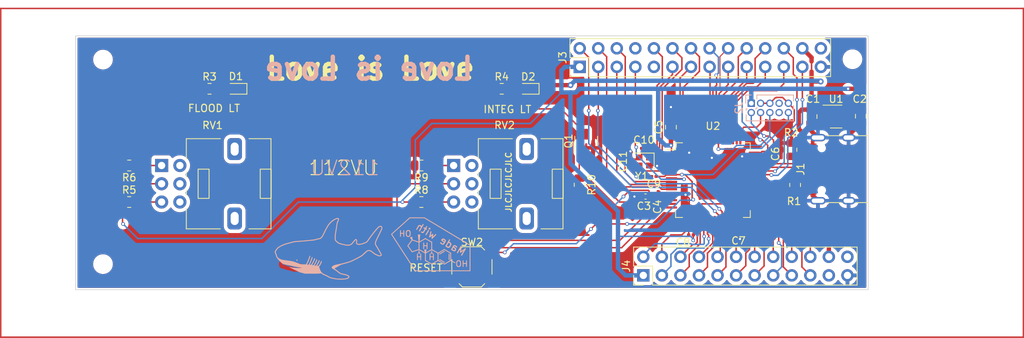
<source format=kicad_pcb>
(kicad_pcb (version 20221018) (generator pcbnew)

  (general
    (thickness 1.6)
  )

  (paper "A4")
  (layers
    (0 "F.Cu" signal)
    (31 "B.Cu" signal)
    (34 "B.Paste" user)
    (35 "F.Paste" user)
    (36 "B.SilkS" user "B.Silkscreen")
    (37 "F.SilkS" user "F.Silkscreen")
    (38 "B.Mask" user)
    (39 "F.Mask" user)
    (44 "Edge.Cuts" user)
    (45 "Margin" user)
    (46 "B.CrtYd" user "B.Courtyard")
    (47 "F.CrtYd" user "F.Courtyard")
    (48 "B.Fab" user)
    (49 "F.Fab" user)
  )

  (setup
    (stackup
      (layer "F.SilkS" (type "Top Silk Screen") (color "White"))
      (layer "F.Paste" (type "Top Solder Paste"))
      (layer "F.Mask" (type "Top Solder Mask") (color "Black") (thickness 0.01))
      (layer "F.Cu" (type "copper") (thickness 0.035))
      (layer "dielectric 1" (type "core") (thickness 1.51) (material "FR4") (epsilon_r 4.5) (loss_tangent 0.02))
      (layer "B.Cu" (type "copper") (thickness 0.035))
      (layer "B.Mask" (type "Bottom Solder Mask") (color "Black") (thickness 0.01))
      (layer "B.Paste" (type "Bottom Solder Paste"))
      (layer "B.SilkS" (type "Bottom Silk Screen") (color "White"))
      (copper_finish "None")
      (dielectric_constraints yes)
    )
    (pad_to_mask_clearance 0)
    (aux_axis_origin 83.1 113)
    (grid_origin 83.1 113)
    (pcbplotparams
      (layerselection 0x00010fc_ffffffff)
      (plot_on_all_layers_selection 0x0000000_00000000)
      (disableapertmacros false)
      (usegerberextensions false)
      (usegerberattributes true)
      (usegerberadvancedattributes true)
      (creategerberjobfile true)
      (dashed_line_dash_ratio 12.000000)
      (dashed_line_gap_ratio 3.000000)
      (svgprecision 4)
      (plotframeref false)
      (viasonmask false)
      (mode 1)
      (useauxorigin false)
      (hpglpennumber 1)
      (hpglpenspeed 20)
      (hpglpendiameter 15.000000)
      (dxfpolygonmode true)
      (dxfimperialunits true)
      (dxfusepcbnewfont true)
      (psnegative false)
      (psa4output false)
      (plotreference false)
      (plotvalue false)
      (plotinvisibletext false)
      (sketchpadsonfab false)
      (subtractmaskfromsilk false)
      (outputformat 1)
      (mirror false)
      (drillshape 0)
      (scaleselection 1)
      (outputdirectory "Manufacturing/")
    )
  )

  (net 0 "")
  (net 1 "/USB_5V")
  (net 2 "GND")
  (net 3 "+3V3")
  (net 4 "/SWD_NRST")
  (net 5 "/LED_5V")
  (net 6 "Net-(J1-CC1)")
  (net 7 "/USB_D+")
  (net 8 "/USB_D-")
  (net 9 "unconnected-(J1-SBU1-PadA8)")
  (net 10 "Net-(J1-CC2)")
  (net 11 "unconnected-(J1-SBU2-PadB8)")
  (net 12 "/LED_ONBOARD")
  (net 13 "Net-(R5-Pad2)")
  (net 14 "Net-(R6-Pad1)")
  (net 15 "Net-(R8-Pad2)")
  (net 16 "Net-(R9-Pad1)")
  (net 17 "/POT_2")
  (net 18 "/POT_1")
  (net 19 "unconnected-(U1-NC-Pad4)")
  (net 20 "/E_B_Pin_12")
  (net 21 "/E_B_Pin_11")
  (net 22 "/E_B_Pin_10")
  (net 23 "/E_B_Pin_7")
  (net 24 "/E_B_Pin_6")
  (net 25 "/E_B_Pin_5")
  (net 26 "/E_B_Pin_4")
  (net 27 "/E_WXR_Pin_4")
  (net 28 "/E_WXR_Pin_5")
  (net 29 "/E_WXR_Pin_6")
  (net 30 "/E_WXR_PWM_1")
  (net 31 "/E_WXR_PWM_2")
  (net 32 "/E_WXR_Pin_7")
  (net 33 "/E_WXR_Pin_8")
  (net 34 "/E_B_PWM_1")
  (net 35 "/E_B_PWM_2")
  (net 36 "/E_WXR_Pin_9")
  (net 37 "/E_WXR_Pin_10")
  (net 38 "/E_WXR_Pin_11")
  (net 39 "/E_WXR_Pin_12")
  (net 40 "/E_WXR_Pin_13")
  (net 41 "/E_WXR_Pin_14")
  (net 42 "/E_WXR_Pin_15")
  (net 43 "/E_WXR_Pin_16")
  (net 44 "/E_WXR_Pin_17")
  (net 45 "/E_WXR_Pin_18")
  (net 46 "/E_WXR_Pin_19")
  (net 47 "/E_WXR_Pin_20")
  (net 48 "/E_B_Pin_25")
  (net 49 "/E_B_Pin_24")
  (net 50 "/SWD_IO")
  (net 51 "/SWD_CLK")
  (net 52 "/E_B_Pin_23")
  (net 53 "/E_B_Pin_22")
  (net 54 "/E_B_Pin_21")
  (net 55 "/E_B_Pin_20")
  (net 56 "/E_B_Pin_19")
  (net 57 "/SWD_TRACE")
  (net 58 "/E_B_Pin_18")
  (net 59 "/E_B_Pin_17")
  (net 60 "/E_B_Pin_16")
  (net 61 "/E_B_Pin_15")
  (net 62 "/E_B_Pin_14")
  (net 63 "/E_B_Pin_13")
  (net 64 "unconnected-(J4-Pin_21-Pad21)")
  (net 65 "unconnected-(J2-KEY-Pad7)")
  (net 66 "unconnected-(J2-NC{slash}TDI-Pad8)")
  (net 67 "unconnected-(J3-Pin_8-Pad8)")
  (net 68 "unconnected-(J3-Pin_9-Pad9)")
  (net 69 "/HSE_IN")
  (net 70 "/HSE_OUT")
  (net 71 "Net-(D1-A)")
  (net 72 "Net-(D2-A)")
  (net 73 "unconnected-(U2-BOOT0-Pad60)")

  (footprint "Capacitor_SMD:C_0805_2012Metric" (layer "F.Cu") (at 200.85 82.75 -90))

  (footprint "Button_Switch_SMD:SW_Push_1P1T_XKB_TS-1187A" (layer "F.Cu") (at 147.6 103.375))

  (footprint "Resistor_SMD:R_0805_2012Metric" (layer "F.Cu") (at 100.6875 89.5 180))

  (footprint "Resistor_SMD:R_0805_2012Metric" (layer "F.Cu") (at 111.6875 79))

  (footprint "Capacitor_SMD:C_0201_0603Metric" (layer "F.Cu") (at 173.1 93.405 90))

  (footprint "Capacitor_SMD:C_0805_2012Metric" (layer "F.Cu") (at 194.1 82.8 -90))

  (footprint "Resistor_SMD:R_0805_2012Metric" (layer "F.Cu") (at 191.85 92.1625 -90))

  (footprint "Connector_PinHeader_2.54mm:PinHeader_2x12_P2.54mm_Vertical" (layer "F.Cu") (at 171.07 104.54 90))

  (footprint "Resistor_SMD:R_0805_2012Metric" (layer "F.Cu") (at 191.35 87.3375 90))

  (footprint "Capacitor_SMD:C_0201_0603Metric" (layer "F.Cu") (at 171.155 87.15 180))

  (footprint "MountingHole:MountingHole_2.2mm_M2" (layer "F.Cu") (at 97.1 103))

  (footprint "MountingHole:MountingHole_2.2mm_M2" (layer "F.Cu") (at 199.7 74.95))

  (footprint "Capacitor_SMD:C_0201_0603Metric" (layer "F.Cu") (at 184.1 98.75 180))

  (footprint "Potentiometer_THT:Potentiometer_Alps_RK09L_Double_Vertical" (layer "F.Cu") (at 145.1 89.5))

  (footprint "LED_SMD:LED_0603_1608Metric" (layer "F.Cu") (at 155.3125 79 180))

  (footprint "Package_TO_SOT_SMD:SOT-23-5" (layer "F.Cu") (at 197.4625 82.8))

  (footprint "LED_SMD:LED_0603_1608Metric" (layer "F.Cu") (at 115.3125 79 180))

  (footprint "Potentiometer_THT:Potentiometer_Alps_RK09L_Double_Vertical" (layer "F.Cu") (at 105.125 89.5))

  (footprint "Package_QFP:LQFP-64_10x10mm_P0.5mm" (layer "F.Cu") (at 180.6 91.5))

  (footprint "Resistor_SMD:R_0805_2012Metric" (layer "F.Cu") (at 140.6875 89.5 180))

  (footprint "Capacitor_SMD:C_0201_0603Metric" (layer "F.Cu") (at 169.35 88.945 90))

  (footprint "Connector_USB:USB_C_Receptacle_G-Switch_GT-USB-7010ASV" (layer "F.Cu") (at 198.1 90 90))

  (footprint "Crystal:Crystal_SMD_2016-4Pin_2.0x1.6mm" (layer "F.Cu") (at 171.2 88.95 180))

  (footprint "Resistor_SMD:R_0805_2012Metric" (layer "F.Cu") (at 162.35 92.1375 -90))

  (footprint "Capacitor_SMD:C_0201_0603Metric" (layer "F.Cu") (at 177.6 99 180))

  (footprint "Package_TO_SOT_SMD:SOT-23" (layer "F.Cu") (at 163.25 86.15 90))

  (footprint "Capacitor_SMD:C_0402_1005Metric" (layer "F.Cu") (at 171.37 93.75 180))

  (footprint "Resistor_SMD:R_0805_2012Metric" (layer "F.Cu") (at 151.6875 79))

  (footprint "Capacitor_SMD:C_0201_0603Metric" (layer "F.Cu") (at 188.1 87.905 -90))

  (footprint "Resistor_SMD:R_0805_2012Metric" (layer "F.Cu") (at 140.6875 94.5))

  (footprint "MountingHole:MountingHole_2.2mm_M2" (layer "F.Cu") (at 97.1 75))

  (footprint "Resistor_SMD:R_0805_2012Metric" (layer "F.Cu") (at 100.6875 94.5))

  (footprint "Capacitor_SMD:C_0201_0603Metric" (layer "F.Cu") (at 172.505 91 180))

  (footprint "Connector_PinHeader_2.54mm:PinHeader_2x14_P2.54mm_Vertical" (layer "F.Cu") (at 162.36 76 90))

  (footprint "Capacitor_SMD:C_0805_2012Metric" (layer "F.Cu") (at 174.85 84.25 90))

  (footprint "Connector_PinHeader_1.27mm:PinHeader_2x05_P1.27mm_Vertical" (layer "B.Cu") (at 185.85 80.98 -90))

  (footprint "Xenua:MadeWithEstrogen" (layer "B.Cu") (at 142.1 101 180))

  (footprint "Xenua:Shonk" (layer "B.Cu")
    (tstamp 5014afea-cf06-477b-b940-5e101b0587cd)
    (at 128.1 101 180)
    (attr through_hole)
    (fp_text reference "Ref**" (at 0 0) (layer "B.SilkS") hide
        (effects (font (size 1.27 1.27) (thickness 0.15)) (justify mirror))
      (tstamp e12dc0f8-185f-4a59-ae22-397e8640dcc5)
    )
    (fp_text value "Val**" (at 0 0) (layer "B.SilkS") hide
        (effects (font (size 1.27 1.27) (thickness 0.15)) (justify mirror))
      (tstamp d52dc70d-4631-44a4-85dd-540649af4894)
    )
    (fp_poly
      (pts
        (xy 6.380583 -1.954463)
        (xy 6.402258 -1.969153)
        (xy 6.411232 -1.996347)
        (xy 6.413166 -2.036441)
        (xy 6.413175 -2.037956)
        (xy 6.400022 -2.090074)
        (xy 6.366469 -2.112292)
        (xy 6.322454 -2.098725)
        (xy 6.317318 -2.094727)
        (xy 6.287411 -2.080235)
        (xy 6.260975 -2.101253)
        (xy 6.257574 -2.1058)
        (xy 6.236046 -2.129373)
        (xy 6.215355 -2.12505)
        (xy 6.184637 -2.094886)
        (xy 6.139302 -2.046225)
        (xy 6.094858 -2.102727)
        (xy 6.024247 -2.180739)
        (xy 5.965842 -2.220306)
        (xy 5.920605 -2.221078)
        (xy 5.889498 -2.182704)
        (xy 5.887754 -2.178217)
        (xy 5.875985 -2.15506)
        (xy 5.861108 -2.157055)
        (xy 5.83569 -2.188471)
        (xy 5.814052 -2.22055)
        (xy 5.758518 -2.285055)
        (xy 5.705554 -2.309769)
        (xy 5.65825 -2.294409)
        (xy 5.619695 -2.238693)
        (xy 5.619556 -2.238375)
        (xy 5.600405 -2.202834)
        (xy 5.589622 -2.199237)
        (xy 5.588828 -2.205001)
        (xy 5.573243 -2.249363)
        (xy 5.536433 -2.300728)
        (xy 5.490766 -2.345342)
        (xy 5.44861 -2.369453)
        (xy 5.439833 -2.370667)
        (xy 5.4021 -2.35539)
        (xy 5.357159 -2.317548)
        (xy 5.347108 -2.306307)
        (xy 5.292953 -2.241947)
        (xy 5.262351 -2.315187)
        (xy 5.215426 -2.390999)
        (xy 5.156917 -2.427689)
        (xy 5.091103 -2.424221)
        (xy 5.022266 -2.379563)
        (xy 5.017027 -2.37445)
        (xy 4.95731 -2.314734)
        (xy 4.945476 -2.387659)
        (xy 4.9162 -2.47283)
        (xy 4.8665 -2.525117)
        (xy 4.804335 -2.54304)
        (xy 4.737669 -2.525122)
        (xy 4.674463 -2.469882)
        (xy 4.654756 -2.441659)
        (xy 4.609656 -2.368686)
        (xy 4.546663 -2.454343)
        (xy 4.487014 -2.517346)
        (xy 4.428517 -2.539305)
        (xy 4.366884 -2.521157)
        (xy 4.337047 -2.500207)
        (xy 4.303908 -2.476227)
        (xy 4.27982 -2.475825)
        (xy 4.249116 -2.502126)
        (xy 4.23096 -2.521373)
        (xy 4.174177 -2.569397)
        (xy 4.127288 -2.578155)
        (xy 4.085483 -2.548079)
        (xy 4.075783 -2.53529)
        (xy 4.050789 -2.497296)
        (xy 4.040907 -2.469533)
        (xy 4.051041 -2.448922)
        (xy 4.086099 -2.432381)
        (xy 4.150987 -2.416831)
        (xy 4.250609 -2.399192)
        (xy 4.307416 -2.38986)
        (xy 4.392789 -2.374603)
        (xy 4.502502 -2.353131)
        (xy 4.61966 -2.328816)
        (xy 4.688416 -2.313839)
        (xy 4.787768 -2.291855)
        (xy 4.876416 -2.272489)
        (xy 4.943435 -2.258114)
        (xy 4.974166 -2.251796)
        (xy 5.021835 -2.240585)
        (xy 5.093546 -2.221493)
        (xy 5.164666 -2.201287)
        (xy 5.249061 -2.179606)
        (xy 5.356973 -2.156123)
        (xy 5.469974 -2.134736)
        (xy 5.513916 -2.127412)
        (xy 5.613161 -2.10969)
        (xy 5.739148 -2.084266)
        (xy 5.877666 -2.054158)
        (xy 6.014502 -2.022383)
        (xy 6.053666 -2.012837)
        (xy 6.182749 -1.981465)
        (xy 6.27649 -1.961014)
        (xy 6.340547 -1.951882)
        (xy 6.380583 -1.954463)
      )

      (stroke (width 0.01) (type solid)) (fill solid) (layer "B.Cu") (tstamp 5d0efdbb-21da-45e4-bda1-1000cf11d482))
    (fp_poly
      (pts
        (xy 4.511241 -1.402496)
        (xy 4.528079 -1.445815)
        (xy 4.517766 -1.493061)
        (xy 4.495881 -1.517522)
        (xy 4.452975 -1.541978)
        (xy 4.420105 -1.53504)
        (xy 4.393595 -1.511905)
        (xy 4.365344 -1.462251)
        (xy 4.372814 -1.41661)
        (xy 4.409901 -1.385523)
        (xy 4.470293 -1.3795)
        (xy 4.511241 -1.402496)
      )

      (stroke (width 0.01) (type solid)) (fill solid) (layer "B.SilkS") (tstamp 498c8112-9c6e-4186-8031-592a31092928))
    (fp_poly
      (pts
        (xy -1.073258 4.311798)
        (xy -0.973604 4.291201)
        (xy -0.851219 4.247898)
        (xy -0.715731 4.18648)
        (xy -0.576767 4.111536)
        (xy -0.443956 4.027657)
        (xy -0.378846 3.980763)
        (xy -0.23722 3.861667)
        (xy -0.088814 3.716486)
        (xy 0.055188 3.557464)
        (xy 0.183599 3.396847)
        (xy 0.272493 3.267648)
        (xy 0.314775 3.196003)
        (xy 0.372053 3.092955)
        (xy 0.440799 2.965168)
        (xy 0.517489 2.819305)
        (xy 0.598597 2.66203)
        (xy 0.680597 2.500008)
        (xy 0.71301 2.435054)
        (xy 0.799645 2.261266)
        (xy 0.870549 2.120833)
        (xy 0.92847 2.009023)
        (xy 0.976158 1.921104)
        (xy 1.016364 1.852346)
        (xy 1.051836 1.798015)
        (xy 1.085323 1.753382)
        (xy 1.119576 1.713714)
        (xy 1.151854 1.679849)
        (xy 1.215031 1.616677)
        (xy 1.261244 1.577188)
        (xy 1.303081 1.554755)
        (xy 1.353131 1.542753)
        (xy 1.423982 1.534552)
        (xy 1.42875 1.534078)
        (xy 1.519853 1.520029)
        (xy 1.630377 1.495774)
        (xy 1.740074 1.465903)
        (xy 1.767416 1.45731)
        (xy 1.8674 1.426719)
        (xy 1.96798 1.400602)
        (xy 2.075534 1.37796)
        (xy 2.196437 1.357795)
        (xy 2.337066 1.339108)
        (xy 2.503798 1.3209)
        (xy 2.703008 1.302172)
        (xy 2.82575 1.29154)
        (xy 2.972376 1.278956)
        (xy 3.108743 1.266949)
        (xy 3.227923 1.256154)
        (xy 3.322989 1.247203)
        (xy 3.387011 1.240732)
        (xy 3.407833 1.238277)
        (xy 3.489091 1.228892)
        (xy 3.604944 1.218068)
        (xy 3.747705 1.206379)
        (xy 3.909682 1.194401)
        (xy 4.083188 1.182711)
        (xy 4.260532 1.171883)
        (xy 4.389239 1.16479)
        (xy 4.558392 1.154414)
        (xy 4.694634 1.142258)
        (xy 4.807379 1.127155)
        (xy 4.906044 1.107939)
        (xy 4.963583 1.093634)
        (xy 5.046763 1.071399)
        (xy 5.160108 1.041196)
        (xy 5.292857 1.005886)
        (xy 5.434252 0.968331)
        (xy 5.55625 0.935974)
        (xy 5.694472 0.898689)
        (xy 5.831486 0.860567)
        (xy 5.957088 0.824529)
        (xy 6.061077 0.793498)
        (xy 6.12775 0.772269)
        (xy 6.243516 0.72894)
        (xy 6.378382 0.671607)
        (xy 6.522891 0.604961)
        (xy 6.667581 0.533689)
        (xy 6.802995 0.462483)
        (xy 6.919674 0.396029)
        (xy 7.008158 0.339019)
        (xy 7.021722 0.3291)
        (xy 7.105883 0.255759)
        (xy 7.193358 0.162461)
        (xy 7.278744 0.056989)
        (xy 7.356635 -0.052876)
        (xy 7.421629 -0.159352)
        (xy 7.468322 -0.254657)
        (xy 7.491309 -0.331009)
        (xy 7.492776 -0.34925)
        (xy 7.484109 -0.389075)
        (xy 7.461199 -0.452851)
        (xy 7.429 -0.526796)
        (xy 7.428877 -0.527056)
        (xy 7.391434 -0.616985)
        (xy 7.353386 -0.725769)
        (xy 7.322605 -0.830786)
        (xy 7.321074 -0.83682)
        (xy 7.296505 -0.924658)
        (xy 7.270273 -1.002382)
        (xy 7.247165 -1.05616)
        (xy 7.242305 -1.064444)
        (xy 7.170323 -1.165761)
        (xy 7.079771 -1.280674)
        (xy 6.976449 -1.402959)
        (xy 6.866157 -1.526394)
        (xy 6.754694 -1.644756)
        (xy 6.647861 -1.75182)
        (xy 6.551456 -1.841364)
        (xy 6.47128 -1.907164)
        (xy 6.432933 -1.932919)
        (xy 6.377297 -1.95728)
        (xy 6.287658 -1.987014)
        (xy 6.171719 -2.020241)
        (xy 6.037186 -2.055081)
        (xy 5.891763 -2.089655)
        (xy 5.743153 -2.122083)
        (xy 5.599062 -2.150485)
        (xy 5.467193 -2.172983)
        (xy 5.421796 -2.179606)
        (xy 5.319729 -2.197143)
        (xy 5.201337 -2.222659)
        (xy 5.090523 -2.250952)
        (xy 5.08 -2.253959)
        (xy 5.004054 -2.273591)
        (xy 4.894861 -2.298657)
        (xy 4.760906 -2.327488)
        (xy 4.610675 -2.358415)
        (xy 4.452654 -2.389769)
        (xy 4.295329 -2.41988)
        (xy 4.147185 -2.44708)
        (xy 4.016707 -2.469698)
        (xy 3.912382 -2.486067)
        (xy 3.8735 -2.491286)
        (xy 3.810087 -2.501334)
        (xy 3.787144 -2.510691)
        (xy 3.802809 -2.519096)
        (xy 3.855218 -2.526285)
        (xy 3.942511 -2.531998)
        (xy 4.062826 -2.535972)
        (xy 4.204632 -2.53789)
        (xy 4.456725 -2.535261)
        (xy 4.690947 -2.523119)
        (xy 4.925037 -2.500021)
        (xy 5.176732 -2.464528)
        (xy 5.246055 -2.453288)
        (xy 5.345887 -2.43747)
        (xy 5.429499 -2.425605)
        (xy 5.488664 -2.418761)
        (xy 5.515158 -2.418005)
        (xy 5.515689 -2.4183)
        (xy 5.499618 -2.429062)
        (xy 5.450055 -2.455053)
        (xy 5.371978 -2.493834)
        (xy 5.270366 -2.542966)
        (xy 5.150196 -2.600009)
        (xy 5.032133 -2.65524)
        (xy 4.884672 -2.724324)
        (xy 4.737603 -2.794217)
        (xy 4.599204 -2.860911)
        (xy 4.477754 -2.920398)
        (xy 4.381534 -2.968671)
        (xy 4.339279 -2.990626)
        (xy 4.251695 -3.034664)
        (xy 4.16384 -3.072728)
        (xy 4.066214 -3.108167)
        (xy 3.949317 -3.14433)
        (xy 3.803649 -3.184567)
        (xy 3.746612 -3.199579)
        (xy 3.354916 -3.301759)
        (xy 2.38369 -3.301879)
        (xy 2.098846 -3.3013)
        (xy 1.855129 -3.29949)
        (xy 1.652762 -3.296453)
        (xy 1.491968 -3.292195)
        (xy 1.37297 -3.286721)
        (xy 1.295991 -3.280035)
        (xy 1.279657 -3.277529)
        (xy 1.20663 -3.265121)
        (xy 1.159767 -3.263425)
        (xy 1.123636 -3.275295)
        (xy 1.082804 -3.303581)
        (xy 1.06555 -3.317097)
        (xy 1.007936 -3.35858)
        (xy 0.936826 -3.401836)
        (xy 0.84624 -3.449982)
        (xy 0.730196 -3.50614)
        (xy 0.582714 -3.573428)
        (xy 0.523975 -3.59956)
        (xy 0.416913 -3.649163)
        (xy 0.308632 -3.703055)
        (xy 0.214071 -3.753625)
        (xy 0.164142 -3.782908)
        (xy 0.098835 -3.822863)
        (xy 0.042337 -3.854225)
        (xy -0.013641 -3.879994)
        (xy -0.077389 -3.903169)
        (xy -0.157193 -3.926749)
        (xy -0.261344 -3.953735)
        (xy -0.39813 -3.987125)
        (xy -0.404275 -3.988607)
        (xy -0.784518 -4.061946)
        (xy -1.188879 -4.105113)
        (xy -1.611324 -4.117649)
        (xy -1.951415 -4.105751)
        (xy -2.178722 -4.082454)
        (xy -2.366915 -4.043591)
        (xy -2.515916 -3.989189)
        (xy -2.625651 -3.919275)
        (xy -2.689415 -3.845372)
        (xy -2.726438 -3.761012)
        (xy -2.726612 -3.686447)
        (xy -2.68852 -3.618964)
        (xy -2.610743 -3.555852)
        (xy -2.510341 -3.502684)
        (xy -2.407237 -3.458335)
        (xy -2.304497 -3.420957)
        (xy -2.19224 -3.387709)
        (xy -2.060586 -3.355754)
        (xy -1.899655 -3.322251)
        (xy -1.8463 -3.311879)
        (xy -1.73316 -3.288662)
        (xy -1.63939 -3.264421)
        (xy -1.557199 -3.235002)
        (xy -1.478797 -3.196249)
        (xy -1.396395 -3.144009)
        (xy -1.302203 -3.074125)
        (xy -1.188431 -2.982443)
        (xy -1.116115 -2.922412)
        (xy -1.021082 -2.845016)
        (xy -0.929004 -2.773451)
        (xy -0.848505 -2.714189)
        (xy -0.788212 -2.673701)
        (xy -0.772647 -2.664719)
        (xy -0.718497 -2.634085)
        (xy -0.684032 -2.610918)
        (xy -0.677475 -2.603536)
        (xy -0.694822 -2.589313)
        (xy -0.740865 -2.560758)
        (xy -0.806824 -2.523218)
        (xy -0.830934 -2.510057)
        (xy -0.906546 -2.468074)
        (xy -1.006628 -2.410921)
        (xy -1.119449 -2.345371)
        (xy -1.233281 -2.2782)
        (xy -1.260955 -2.261689)
        (xy -1.376332 -2.193912)
        (xy -1.468874 -2.143686)
        (xy -1.551276 -2.105549)
        (xy -1.636236 -2.074037)
        (xy -1.736448 -2.043691)
        (xy -1.821871 -2.020376)
        (xy -2.103123 -1.944186)
        (xy -2.345932 -1.875836)
        (xy -2.553282 -1.814435)
        (xy -2.728152 -1.759094)
        (xy -2.873526 -1.70892)
        (xy -2.912011 -1.694676)
        (xy -2.992923 -1.66111)
        (xy -3.104341 -1.610482)
        (xy -3.239686 -1.54615)
        (xy -3.392381 -1.47147)
        (xy -3.555846 -1.389797)
        (xy -3.723504 -1.304489)
        (xy -3.888776 -1.218902)
        (xy -4.045085 -1.136393)
        (xy -4.185851 -1.060316)
        (xy -4.304496 -0.994031)
        (xy -4.394443 -0.940891)
        (xy -4.415812 -0.927392)
        (xy -4.479508 -0.881147)
        (xy -4.564923 -0.811917)
        (xy -4.66389 -0.726703)
        (xy -4.768242 -0.632504)
        (xy -4.85259 -0.552996)
        (xy -4.962217 -0.449976)
        (xy -5.061668 -0.361508)
        (xy -5.1456 -0.292094)
        (xy -5.208666 -0.246237)
        (xy -5.233119 -0.232415)
        (xy -5.330444 -0.199601)
        (xy -5.426595 -0.192732)
        (xy -5.526634 -0.213547)
        (xy -5.635626 -0.263783)
        (xy -5.758633 -0.345178)
        (xy -5.900718 -0.459471)
        (xy -5.904799 -0.462972)
        (xy -6.039956 -0.571629)
        (xy -6.169901 -0.658408)
        (xy -6.313839 -0.73601)
        (xy -6.328133 -0.742976)
        (xy -6.468539 -0.809861)
        (xy -6.578512 -0.859289)
        (xy -6.664985 -0.893698)
        (xy -6.734894 -0.915524
... [388726 chars truncated]
</source>
